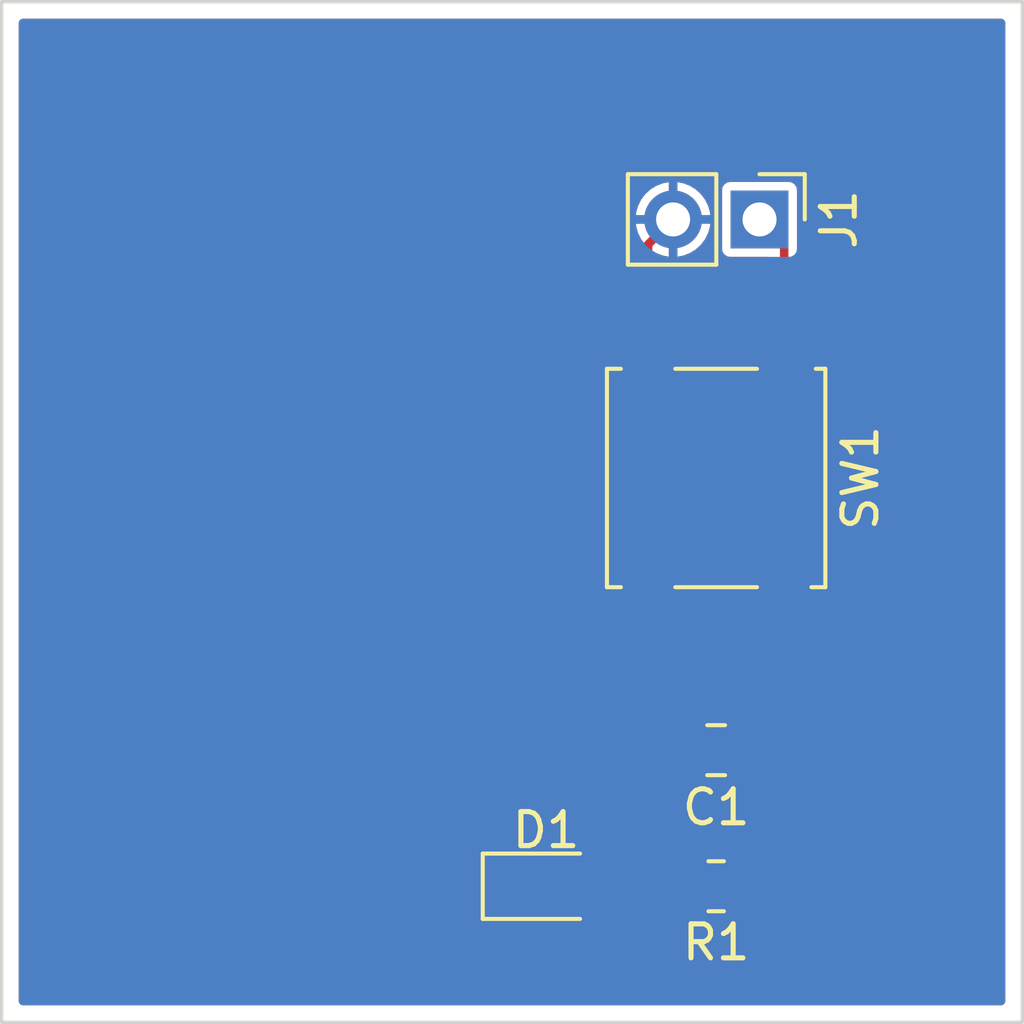
<source format=kicad_pcb>
(kicad_pcb (version 20221018) (generator pcbnew)
  (layers (0 "F.Cu" signal) (31 "B.Cu" signal) (34 "B.Paste" user) (35 "F.Paste" user) (36 "B.SilkS" user "B.Silkscreen") (37 "F.SilkS" user "F.Silkscreen") (38 "B.Mask" user) (39 "F.Mask" user) (44 "Edge.Cuts" user))
  (net 0 "")
  (net 1 "+5V")
  (net 2 "GND")
  (net 3 "Net-(D1-A)")
  (footprint "Capacitor_SMD:C_0805_2012Metric_Pad1.18x1.45mm_HandSolder" (layer "F.Cu") (at 21 22 180)
    (fp_text reference "C1" (at 0 -1.68) (layer "F.SilkS"))
    (fp_text value "1nF/6V")
    (fp_line (start -0.261252 -0.735) (end 0.261252 -0.735) (stroke (width 0.12)) (layer "F.SilkS"))
    (fp_line (start -0.261252 0.735) (end 0.261252 0.735) (stroke (width 0.12)) (layer "F.SilkS"))
    (pad "1" smd roundrect (at -1.0375 0 180) (size 1.175 1.45) (layers "F.Cu" "F.Paste" "F.Mask") (roundrect_rratio 0.2127659574) (net 1 "+5V"))
    (pad "2" smd roundrect (at 1.0375 0 180) (size 1.175 1.45) (layers "F.Cu" "F.Paste" "F.Mask") (roundrect_rratio 0.2127659574) (net 2 "GND"))
  )
  (footprint "Resistor_SMD:R_0805_2012Metric_Pad1.20x1.40mm_HandSolder" (layer "F.Cu") (at 21 26 180)
    (fp_text reference "R1" (at 0 -1.65) (layer "F.SilkS"))
    (fp_text value "330/2012")
    (fp_line (start -0.227064 -0.735) (end 0.227064 -0.735) (stroke (width 0.12)) (layer "F.SilkS"))
    (fp_line (start -0.227064 0.735) (end 0.227064 0.735) (stroke (width 0.12)) (layer "F.SilkS"))
    (pad "1" smd roundrect (at -1 0 180) (size 1.2 1.4) (layers "F.Cu" "F.Paste" "F.Mask") (roundrect_rratio 0.2083333333) (net 1 "+5V"))
    (pad "2" smd roundrect (at 1 0 180) (size 1.2 1.4) (layers "F.Cu" "F.Paste" "F.Mask") (roundrect_rratio 0.2083333333) (net 3 "Net-(D1-A)"))
  )
  (footprint "Connector_PinHeader_2.54mm:PinHeader_1x02_P2.54mm_Vertical" (layer "F.Cu") (at 22.275 6.4 -90)
    (fp_text reference "J1" (at 0 -2.33 90) (layer "F.SilkS"))
    (fp_text value "Conn_01x02")
    (fp_line (start -1.33 -1.33) (end 0 -1.33) (stroke (width 0.12)) (layer "F.SilkS"))
    (fp_line (start -1.33 0) (end -1.33 -1.33) (stroke (width 0.12)) (layer "F.SilkS"))
    (fp_line (start -1.33 1.27) (end -1.33 3.87) (stroke (width 0.12)) (layer "F.SilkS"))
    (fp_line (start -1.33 1.27) (end 1.33 1.27) (stroke (width 0.12)) (layer "F.SilkS"))
    (fp_line (start -1.33 3.87) (end 1.33 3.87) (stroke (width 0.12)) (layer "F.SilkS"))
    (fp_line (start 1.33 1.27) (end 1.33 3.87) (stroke (width 0.12)) (layer "F.SilkS"))
    (pad "1" thru_hole rect (at 0 0 270) (size 1.7 1.7) (drill 1) (layers "*.Cu" "*.Mask") (net 1 "+5V"))
    (pad "2" thru_hole oval (at 0 2.54 270) (size 1.7 1.7) (drill 1) (layers "*.Cu" "*.Mask") (net 2 "GND"))
  )
  (footprint "Button_Switch_SMD:SW_Push_1P1T_NO_CK_KSC6xxJ" (layer "F.Cu") (at 21 14 90)
    (fp_text reference "SW1" (at 0 4.24 90) (layer "F.SilkS"))
    (fp_text value "SW_Push")
    (fp_line (start -3.21 -3.21) (end -3.21 -2.8) (stroke (width 0.12)) (layer "F.SilkS"))
    (fp_line (start -3.21 -1.2) (end -3.21 1.2) (stroke (width 0.12)) (layer "F.SilkS"))
    (fp_line (start -3.21 2.8) (end -3.21 3.21) (stroke (width 0.12)) (layer "F.SilkS"))
    (fp_line (start -3.21 3.21) (end 3.21 3.21) (stroke (width 0.12)) (layer "F.SilkS"))
    (fp_line (start 3.21 -3.21) (end -3.21 -3.21) (stroke (width 0.12)) (layer "F.SilkS"))
    (fp_line (start 3.21 -2.8) (end 3.21 -3.21) (stroke (width 0.12)) (layer "F.SilkS"))
    (fp_line (start 3.21 1.2) (end 3.21 -1.2) (stroke (width 0.12)) (layer "F.SilkS"))
    (fp_line (start 3.21 3.21) (end 3.21 2.93) (stroke (width 0.12)) (layer "F.SilkS"))
    (pad "1" smd rect (at -2.9 -2 90) (size 2.8 1) (layers "F.Cu" "F.Paste" "F.Mask") (net 2 "GND"))
    (pad "1" smd rect (at 2.9 -2 90) (size 2.8 1) (layers "F.Cu" "F.Paste" "F.Mask") (net 2 "GND"))
    (pad "2" smd rect (at -2.9 2 90) (size 2.8 1) (layers "F.Cu" "F.Paste" "F.Mask") (net 1 "+5V"))
    (pad "2" smd rect (at 2.9 2 90) (size 2.8 1) (layers "F.Cu" "F.Paste" "F.Mask") (net 1 "+5V"))
  )
  (footprint "LED_SMD:LED_0805_2012Metric_Pad1.15x1.40mm_HandSolder" (layer "F.Cu") (at 16 26)
    (fp_text reference "D1" (at 0 -1.65) (layer "F.SilkS"))
    (fp_text value "LED")
    (fp_line (start -1.86 -0.96) (end -1.86 0.96) (stroke (width 0.12)) (layer "F.SilkS"))
    (fp_line (start -1.86 0.96) (end 1 0.96) (stroke (width 0.12)) (layer "F.SilkS"))
    (fp_line (start 1 -0.96) (end -1.86 -0.96) (stroke (width 0.12)) (layer "F.SilkS"))
    (pad "1" smd roundrect (at -1.025 0) (size 1.15 1.4) (layers "F.Cu" "F.Paste" "F.Mask") (roundrect_rratio 0.2173913043) (net 2 "GND"))
    (pad "2" smd roundrect (at 1.025 0) (size 1.15 1.4) (layers "F.Cu" "F.Paste" "F.Mask") (roundrect_rratio 0.2173913043) (net 3 "Net-(D1-A)"))
  )
  (gr_rect locked (start 0 0) (end 30 30) (stroke (width 0.1)) (fill none) (layer "Edge.Cuts"))
  (segment (start 22.0375 22) (end 22.0375 25.9625) (width 0.25) (layer "F.Cu") (net 1))
  (segment (start 23 21.0375) (end 23 16.9) (width 0.25) (layer "F.Cu") (net 1))
  (segment (start 23 11.1) (end 23 7.125) (width 0.25) (layer "F.Cu") (net 1))
  (segment (start 23 11.1) (end 23 16.9) (width 0.25) (layer "F.Cu") (net 1))
  (segment (start 22.0375 22) (end 23 21.0375) (width 0.25) (layer "F.Cu") (net 1))
  (segment (start 18.975 22) (end 14.975 26) (width 0.25) (layer "F.Cu") (net 2))
  (segment (start 19 11.1) (end 19 16.9) (width 0.25) (layer "F.Cu") (net 2))
  (segment (start 19 21.0375) (end 19 16.9) (width 0.25) (layer "F.Cu") (net 2))
  (segment (start 19 7.135) (end 19.735 6.4) (width 0.25) (layer "F.Cu") (net 2))
  (segment (start 19.9625 22) (end 19 21.0375) (width 0.25) (layer "F.Cu") (net 2))
  (segment (start 19 11.1) (end 19 7.135) (width 0.25) (layer "F.Cu") (net 2))
  (segment (start 19.9625 22) (end 18.975 22) (width 0.25) (layer "F.Cu") (net 2))
  (segment (start 20 26) (end 17.025 26) (width 0.25) (layer "F.Cu") (net 3))
  (zone (net 2) (net_name "GND") (layers "F&B.Cu") (connect_pads (clearance 0.25)) (min_thickness 0.25) (fill yes (thermal_gap 0.25) (thermal_bridge_width 0.25) (smoothing fillet) (radius 0.25))
    (polygon (pts (xy 0 0) (xy 0 30) (xy 30 30) (xy 30 0)))
  )
)
</source>
